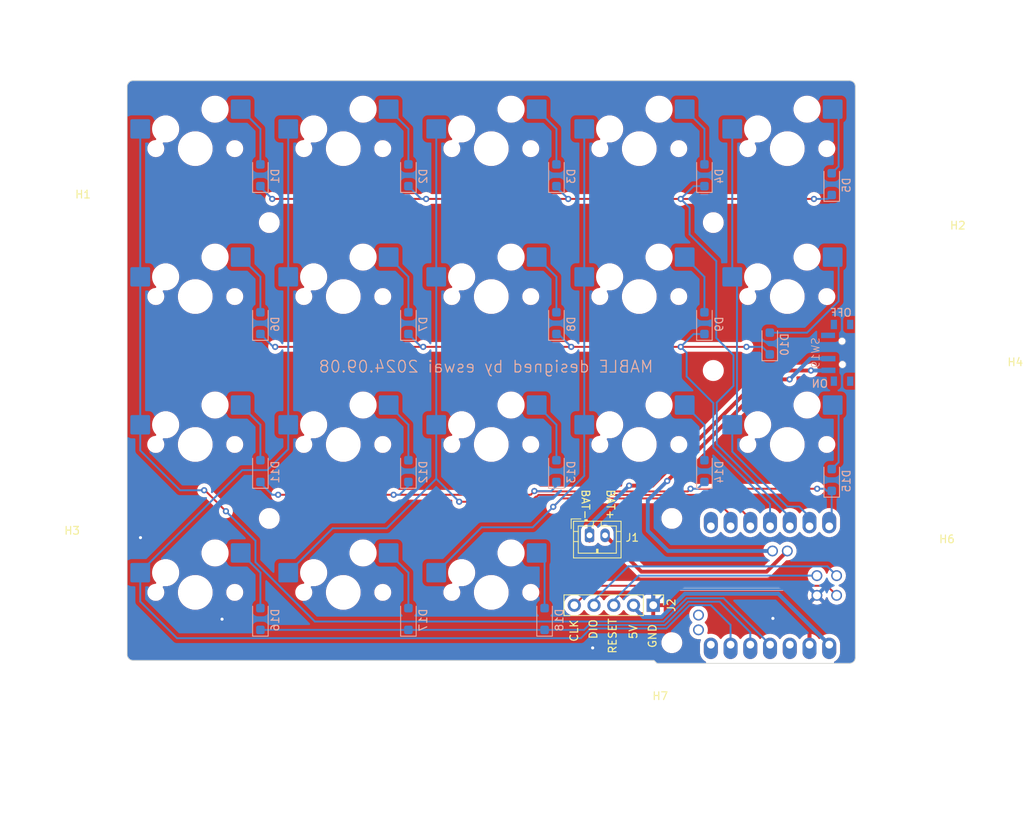
<source format=kicad_pcb>
(kicad_pcb (version 20221018) (generator pcbnew)
  (layers (0 "F.Cu" signal) (31 "B.Cu" signal) (34 "B.Paste" user) (35 "F.Paste" user) (36 "B.SilkS" user "B.Silkscreen") (37 "F.SilkS" user "F.Silkscreen") (38 "B.Mask" user) (39 "F.Mask" user) (44 "Edge.Cuts" user))
  (net 0 "")
  (net 4 "col0")
  (net 5 "Net-(D1-A)")
  (net 6 "col1")
  (net 7 "Net-(D2-A)")
  (net 8 "col2")
  (net 9 "Net-(D3-A)")
  (net 10 "col3")
  (net 11 "Net-(D4-A)")
  (net 12 "col4")
  (net 13 "Net-(D5-A)")
  (net 14 "Net-(D6-A)")
  (net 15 "Net-(D7-A)")
  (net 16 "Net-(D8-A)")
  (net 17 "Net-(D9-A)")
  (net 18 "Net-(D10-A)")
  (net 19 "Net-(D11-A)")
  (net 20 "Net-(D12-A)")
  (net 21 "Net-(D13-A)")
  (net 22 "Net-(D14-A)")
  (net 23 "Net-(D15-A)")
  (net 24 "Net-(D16-A)")
  (net 25 "Net-(D17-A)")
  (net 26 "Net-(D18-A)")
  (net 27 "row3")
  (net 28 "row2")
  (net 29 "row1")
  (net 30 "row0")
  (net 33 "Net-(J1-Pin_1)")
  (net 34 "Net-(J1-Pin_2)")
  (net 35 "Net-(J2-Pin_4)")
  (net 36 "Net-(J2-Pin_3)")
  (net 37 "Net-(J2-Pin_2)")
  (net 38 "Net-(J2-Pin_5)")
  (net 39 "GND")
  (net 40 "Net-(SW19-B)")
  (net 41 "unconnected-(SW19-A-Pad1)")
  (footprint "MX_Hotswap:MX-Hotswap-1U" (layer "F.Cu") (at 78.105 57.15)
    (fp_text reference "SW7")
    (fp_text value "SW_Push")
  )
  (footprint "MountingHole:MountingHole_2.2mm_M2" (layer "F.Cu") (at 120.396 85.725)
    (fp_text reference "H6")
    (fp_text value "MountingHole")
  )
  (footprint "MX_Hotswap:MX-Hotswap-1U" (layer "F.Cu") (at 97.155 76.2)
    (fp_text reference "SW13")
    (fp_text value "SW_Push")
  )
  (footprint "MountingHole:MountingHole_2.2mm_M2" (layer "F.Cu") (at 68.58 85.725)
    (fp_text reference "H3")
    (fp_text value "MountingHole")
  )
  (footprint "MountingHole:MountingHole_2.2mm_M2" (layer "F.Cu") (at 125.73 47.625)
    (fp_text reference "H2")
    (fp_text value "MountingHole")
  )
  (footprint "MX_Hotswap:MX-Hotswap-1U" (layer "F.Cu") (at 135.255 38.1)
    (fp_text reference "SW5")
    (fp_text value "SW_Push")
  )
  (footprint "Connector_PinHeader_2.54mm:PinHeader_1x05_P2.54mm_Vertical" (layer "F.Cu") (at 118 96.9 -90)
    (fp_text reference "J2")
    (fp_text value "Conn_01x05")
  )
  (footprint "MountingHole:MountingHole_2.2mm_M2" (layer "F.Cu") (at 125.73 66.675)
    (fp_text reference "H4")
    (fp_text value "MountingHole")
  )
  (footprint "MX_Hotswap:MX-Hotswap-1U" (layer "F.Cu") (at 116.205 76.2)
    (fp_text reference "SW14")
    (fp_text value "SW_Push")
  )
  (footprint "MountingHole:MountingHole_2.2mm_M2" (layer "F.Cu") (at 120.396 101.727)
    (fp_text reference "H7")
    (fp_text value "MountingHole")
  )
  (footprint "MX_Hotswap:MX-Hotswap-1U" (layer "F.Cu") (at 135.255 76.2)
    (fp_text reference "SW15")
    (fp_text value "SW_Push")
  )
  (footprint "MX_Hotswap:MX-Hotswap-1U" (layer "F.Cu") (at 78.105 38.1)
    (fp_text reference "SW2")
    (fp_text value "SW_Push")
  )
  (footprint "MX_Hotswap:MX-Hotswap-1U" (layer "F.Cu") (at 59.055 57.15)
    (fp_text reference "SW6")
    (fp_text value "SW_Push")
  )
  (footprint "MX_Hotswap:MX-Hotswap-1U" (layer "F.Cu") (at 59.055 76.2)
    (fp_text reference "SW11")
    (fp_text value "SW_Push")
  )
  (footprint "MX_Hotswap:MX-Hotswap-1U" (layer "F.Cu") (at 59.055 95.25)
    (fp_text reference "SW16")
    (fp_text value "SW_Push")
  )
  (footprint "MX_Hotswap:MX-Hotswap-1U" (layer "F.Cu") (at 97.155 95.25)
    (fp_text reference "SW18")
    (fp_text value "SW_Push")
  )
  (footprint "MX_Hotswap:MX-Hotswap-1U" (layer "F.Cu") (at 78.105 95.25)
    (fp_text reference "SW17")
    (fp_text value "SW_Push")
  )
  (footprint "MX_Hotswap:MX-Hotswap-1U" (layer "F.Cu") (at 59.055 38.1)
    (fp_text reference "SW1")
    (fp_text value "SW_Push")
  )
  (footprint "MX_Hotswap:MX-Hotswap-1U" (layer "F.Cu") (at 116.205 38.1)
    (fp_text reference "SW4")
    (fp_text value "SW_Push")
  )
  (footprint "Connector_JST:JST_PH_B2B-PH-K_1x02_P2.00mm_Vertical" (layer "F.Cu") (at 109.8 87.9)
    (fp_text reference "J1")
    (fp_text value "Conn_01x02")
  )
  (footprint "mcu:xiao-ble-tht" (layer "F.Cu") (at 133.033 94.361 -90)
    (fp_text reference "U1" hide)
    (fp_text value "xiao-ble" hide)
  )
  (footprint "MX_Hotswap:MX-Hotswap-1U" (layer "F.Cu") (at 97.155 38.1)
    (fp_text reference "SW3")
    (fp_text value "SW_Push")
  )
  (footprint "MX_Hotswap:MX-Hotswap-1U" (layer "F.Cu") (at 116.205 57.15)
    (fp_text reference "SW9")
    (fp_text value "SW_Push")
  )
  (footprint "MX_Hotswap:MX-Hotswap-1U" (layer "F.Cu") (at 78.105 76.2)
    (fp_text reference "SW12")
    (fp_text value "SW_Push")
  )
  (footprint "MX_Hotswap:MX-Hotswap-1U" (layer "F.Cu") (at 135.255 57.15)
    (fp_text reference "SW10")
    (fp_text value "SW_Push")
  )
  (footprint "MountingHole:MountingHole_2.2mm_M2" (layer "F.Cu") (at 68.58 47.625)
    (fp_text reference "H1")
    (fp_text value "MountingHole")
  )
  (footprint "MX_Hotswap:MX-Hotswap-1U" (layer "F.Cu") (at 97.155 57.15)
    (fp_text reference "SW8")
    (fp_text value "SW_Push")
  )
  (footprint "Diode_SMD:D_SOD-123F" (layer "B.Cu") (at 86.487 98.679 90)
    (fp_text reference "D17")
    (fp_text value "D")
  )
  (footprint "Diode_SMD:D_SOD-123F" (layer "B.Cu") (at 104.013 98.679 90)
    (fp_text reference "D18")
    (fp_text value "D")
  )
  (footprint "Diode_SMD:D_SOD-123F" (layer "B.Cu") (at 133 63.2 90)
    (fp_text reference "D10")
    (fp_text value "D")
  )
  (footprint "Diode_SMD:D_SOD-123F" (layer "B.Cu") (at 124.587 60.579 90)
    (fp_text reference "D9")
    (fp_text value "D")
  )
  (footprint "Diode_SMD:D_SOD-123F" (layer "B.Cu") (at 67.437 60.579 90)
    (fp_text reference "D6")
    (fp_text value "D")
  )
  (footprint "Diode_SMD:D_SOD-123F" (layer "B.Cu") (at 140.97 80.772 90)
    (fp_text reference "D15")
    (fp_text value "D")
  )
  (footprint "Diode_SMD:D_SOD-123F" (layer "B.Cu") (at 124.587 41.529 90)
    (fp_text reference "D4")
    (fp_text value "D")
  )
  (footprint "Diode_SMD:D_SOD-123F" (layer "B.Cu") (at 105.537 41.529 90)
    (fp_text reference "D3")
    (fp_text value "D")
  )
  (footprint "Diode_SMD:D_SOD-123F" (layer "B.Cu") (at 140.97 42.672 90)
    (fp_text reference "D5")
    (fp_text value "D")
  )
  (footprint "Diode_SMD:D_SOD-123F" (layer "B.Cu") (at 86.487 79.629 90)
    (fp_text reference "D12")
    (fp_text value "D")
  )
  (footprint "Diode_SMD:D_SOD-123F" (layer "B.Cu") (at 105.537 79.629 90)
    (fp_text reference "D13")
    (fp_text value "D")
  )
  (footprint "locallib:SSW1P2T-SMT" (layer "B.Cu") (at 142.3 64.4 -90)
    (fp_text reference "SW19")
    (fp_text value "SW_SPDT")
    (fp_circle (center -1.5 0) (end -1.05 0) (stroke (width 0.05)) (fill none) (layer "Edge.Cuts"))
    (fp_circle (center 1.5 -0.05) (end 1.95 -0.05) (stroke (width 0.05)) (fill none) (layer "Edge.Cuts"))
  )
  (footprint "Diode_SMD:D_SOD-123F" (layer "B.Cu") (at 86.487 41.529 90)
    (fp_text reference "D2")
    (fp_text value "D")
  )
  (footprint "Diode_SMD:D_SOD-123F" (layer "B.Cu") (at 124.587 79.629 90)
    (fp_text reference "D14")
    (fp_text value "D")
  )
  (footprint "Diode_SMD:D_SOD-123F" (layer "B.Cu") (at 105.537 60.579 90)
    (fp_text reference "D8")
    (fp_text value "D")
  )
  (footprint "Diode_SMD:D_SOD-123F" (layer "B.Cu") (at 67.437 98.679 90)
    (fp_text reference "D16")
    (fp_text value "D")
  )
  (footprint "Diode_SMD:D_SOD-123F" (layer "B.Cu") (at 67.437 41.529 90)
    (fp_text reference "D1")
    (fp_text value "D")
  )
  (footprint "Diode_SMD:D_SOD-123F" (layer "B.Cu") (at 67.437 79.629 90)
    (fp_text reference "D11")
    (fp_text value "D")
  )
  (footprint "Diode_SMD:D_SOD-123F" (layer "B.Cu") (at 86.487 60.579 90)
    (fp_text reference "D7")
    (fp_text value "D")
  )
  (gr_line (start 118.491 104.394) (end 118.11 104.013) (stroke (width 0.1)) (layer "Edge.Cuts"))
  (gr_line (start 51.054 104.013) (end 118.11 104.013) (stroke (width 0.1)) (layer "Edge.Cuts"))
  (gr_line (start 118.491 104.394) (end 143.256 104.394) (stroke (width 0.1)) (layer "Edge.Cuts"))
  (gr_line (start 50.292 30.099) (end 50.292 103.251) (stroke (width 0.1)) (layer "Edge.Cuts"))
  (gr_arc (start 51.054 104.013) (mid 50.515185 103.789815) (end 50.292 103.251) (stroke (width 0.1)) (layer "Edge.Cuts"))
  (gr_line (start 143.256 29.337) (end 51.054 29.337) (stroke (width 0.1)) (layer "Edge.Cuts"))
  (gr_arc (start 50.292 30.099) (mid 50.515185 29.560185) (end 51.054 29.337) (stroke (width 0.1)) (layer "Edge.Cuts"))
  (gr_arc (start 144.018 103.632) (mid 143.794815 104.170815) (end 143.256 104.394) (stroke (width 0.1)) (layer "Edge.Cuts"))
  (gr_arc (start 143.256 29.337) (mid 143.794815 29.560185) (end 144.018 30.099) (stroke (width 0.1)) (layer "Edge.Cuts"))
  (gr_line (start 144.018 103.632) (end 144.018 30.099) (stroke (width 0.1)) (layer "Edge.Cuts"))
  (gr_text "MABLE designed by eswai 2024.09.08" (at 118.11 67.056) (layer "B.SilkS") (effects (font (size 1.5 1.5)) (justify left bottom mirror)))
  (gr_text "OFF" (at 143.637 59.817) (layer "B.SilkS") (effects (font (size 1 1)) (justify left bottom mirror)))
  (gr_text "ON" (at 140.589 68.961) (layer "B.SilkS") (effects (font (size 1 1)) (justify left bottom mirror)))
  (gr_text "BAT+\n\nBAT-" (at 108.7 81.9 270) (layer "F.SilkS") (effects (font (size 1 1)) (justify left bottom)))
  (gr_text "RESET" (at 113.353 103.219 90) (layer "F.SilkS") (effects (font (size 1 1)) (justify left bottom)))
  (gr_text "5V" (at 116.02 101.346 90) (layer "F.SilkS") (effects (font (size 1 1)) (justify left bottom)))
  (gr_text "DIO" (at 110.871 101.346 90) (layer "F.SilkS") (effects (font (size 1 1)) (justify left bottom)))
  (gr_text "GND" (at 118.491 102.489 90) (layer "F.SilkS") (effects (font (size 1 1)) (justify left bottom)))
  (gr_text "CLK\n" (at 108.4 101.695 90) (layer "F.SilkS") (effects (font (size 1 1)) (justify left bottom)))
  (segment (start 60.2 82.1) (end 60.3 82.1) (width 0.25) (layer "F.Cu") (net 4))
  (segment (start 60.3 82.1) (end 63 84.8) (width 0.25) (layer "F.Cu") (net 4))
  (via (at 60.2 82.1) (size 0.8) (drill 0.4) (layers "F.Cu" "B.Cu") (net 4))
  (via (at 63 84.8) (size 0.8) (drill 0.4) (layers "F.Cu" "B.Cu") (net 4))
  (segment (start 51.97 54.61) (end 51.97 73.66) (width 0.25) (layer "B.Cu") (net 4))
  (segment (start 63 84.8) (end 66.8 88.6) (width 0.25) (layer "B.Cu") (net 4))
  (segment (start 51.97 76.97) (end 51.97 73.66) (width 0.25) (layer "B.Cu") (net 4))
  (segment (start 51.97 35.56) (end 51.97 54.61) (width 0.25) (layer "B.Cu") (net 4))
  (segment (start 66.8 88.6) (end 66.8 91.357462) (width 0.25) (layer "B.Cu") (net 4))
  (segment (start 122.313172 96) (end 127.052 96) (width 0.25) (layer "B.Cu") (net 4))
  (segment (start 127.052 96) (end 133.033 101.981) (width 0.25) (layer "B.Cu") (net 4))
  (segment (start 66.8 91.357462) (end 74.442538 99) (width 0.25) (layer "B.Cu") (net 4))
  (segment (start 119.313172 99) (end 122.313172 96) (width 0.25) (layer "B.Cu") (net 4))
  (segment (start 60.2 82.1) (end 57.1 82.1) (width 0.25) (layer "B.Cu") (net 4))
  (segment (start 74.442538 99) (end 119.313172 99) (width 0.25) (layer "B.Cu") (net 4))
  (segment (start 57.1 82.1) (end 51.97 76.97) (width 0.25) (layer "B.Cu") (net 4))
  (segment (start 67.437 35.56) (end 67.437 40.129) (width 0.25) (layer "B.Cu") (net 5))
  (segment (start 64.897 33.02) (end 67.437 35.56) (width 0.25) (layer "B.Cu") (net 5))
  (segment (start 71.02 76.808) (end 68.326 79.502) (width 0.25) (layer "B.Cu") (net 6))
  (segment (start 56.7 101.15) (end 51.97 96.42) (width 0.25) (layer "B.Cu") (net 6))
  (segment (start 52.288198 92.311802) (end 52.288198 92.391802) (width 0.25) (layer "B.Cu") (net 6))
  (segment (start 71.02 54.61) (end 71.02 73.66) (width 0.25) (layer "B.Cu") (net 6))
  (segment (start 71.02 73.66) (end 71.02 76.808) (width 0.25) (layer "B.Cu") (net 6))
  (segment (start 127.953 99.441) (end 125.412 96.9) (width 0.25) (layer "B.Cu") (net 6))
  (segment (start 122.685964 96.9) (end 119.685964 99.9) (width 0.25) (layer "B.Cu") (net 6))
  (segment (start 109.938 99.9) (end 108.688 101.15) (width 0.25) (layer "B.Cu") (net 6))
  (segment (start 108.688 101.15) (end 56.7 101.15) (width 0.25) (layer "B.Cu") (net 6))
  (segment (start 71.02 35.56) (end 71.02 54.61) (width 0.25) (layer "B.Cu") (net 6))
  (segment (start 68.326 79.502) (end 65.098 79.502) (width 0.25) (layer "B.Cu") (net 6))
  (segment (start 119.685964 99.9) (end 109.938 99.9) (width 0.25) (layer "B.Cu") (net 6))
  (segment (start 127.953 101.981) (end 127.953 99.441) (width 0.25) (layer "B.Cu") (net 6))
  (segment (start 125.412 96.9) (end 122.685964 96.9) (width 0.25) (layer "B.Cu") (net 6))
  (segment (start 65.098 79.502) (end 52.288198 92.311802) (width 0.25) (layer "B.Cu") (net 6))
  (segment (start 51.97 96.42) (end 51.97 92.71) (width 0.25) (layer "B.Cu") (net 6))
  (segment (start 83.947 33.02) (end 86.487 35.56) (width 0.25) (layer "B.Cu") (net 7))
  (segment (start 86.487 35.56) (end 86.487 40.129) (width 0.25) (layer "B.Cu") (net 7))
  (segment (start 102.226 83.574) (end 102.875 82.925) (width 0.25) (layer "F.Cu") (net 8))
  (segment (start 93.026 83.574) (end 102.226 83.574) (width 0.25) (layer "F.Cu") (net 8))
  (segment (start 103.000305 82.925) (end 103.225305 82.7) (width 0.25) (layer "F.Cu") (net 8))
  (segment (start 130.493 85.795794) (end 130.493 86.741) (width 0.25) (layer "F.Cu") (net 8))
  (segment (start 102.875 82.925) (end 103.000305 82.925) (width 0.25) (layer "F.Cu") (net 8))
  (segment (start 103.225305 82.7) (end 127.397206 82.7) (width 0.25) (layer "F.Cu") (net 8))
  (segment (start 127.397206 82.7) (end 130.493 85.795794) (width 0.25) (layer "F.Cu") (net 8))
  (via (at 93.026 83.574) (size 0.8) (drill 0.4) (layers "F.Cu" "B.Cu") (net 8))
  (segment (start 90.07 54.61) (end 90.07 35.56) (width 0.25) (layer "B.Cu") (net 8))
  (segment (start 90.07 80.618) (end 83.693 86.995) (width 0.25) (layer "B.Cu") (net 8))
  (segment (start 83.693 86.995) (end 76.735 86.995) (width 0.25) (layer "B.Cu") (net 8))
  (segment (start 76.735 86.995) (end 71.338198 92.391802) (width 0.25) (layer "B.Cu") (net 8))
  (segment (start 90.07 54.61) (end 90.07 73.66) (width 0.25) (layer "B.Cu") (net 8))
  (segment (start 93.026 83.574) (end 90.07 80.618) (width 0.25) (layer "B.Cu") (net 8))
  (segment (start 90.07 73.66) (end 90.07 80.618) (width 0.25) (layer "B.Cu") (net 8))
  (segment (start 102.997 33.02) (end 105.537 35.56) (width 0.25) (layer "B.Cu") (net 9))
  (segment (start 105.537 35.56) (end 105.537 40.129) (width 0.25) (layer "B.Cu") (net 9))
  (segment (start 125.822 83.15) (end 106.207 83.15) (width 0.25) (layer "F.Cu") (net 10))
  (segment (start 106.207 83.15) (end 105.1285 84.2285) (width 0.25) (layer "F.Cu") (net 10))
  (segment (start 127.953 85.281) (end 125.822 83.15) (width 0.25) (layer "F.Cu") (net 10))
  (segment (start 127.953 86.741) (end 127.953 85.281) (width 0.25) (layer "F.Cu") (net 10))
  (via (at 105.1285 84.2285) (size 0.8) (drill 0.4) (layers "F.Cu" "B.Cu") (net 10))
  (segment (start 102.489 86.868) (end 95.912 86.868) (width 0.25) (layer "B.Cu") (net 10))
  (segment (start 109.12 79.021) (end 109.12 80.237) (width 0.25) (layer "B.Cu") (net 10))
  (segment (start 109.12 80.237) (end 105.1285 84.2285) (width 0.25) (layer "B.Cu") (net 10))
  (segment (start 109.12 35.56) (end 109.12 54.61) (width 0.25) (layer "B.Cu") (net 10))
  (segment (start 109.12 73.66) (end 109.12 79.021) (width 0.25) (layer "B.Cu") (net 10))
  (segment (start 105.1285 84.2285) (end 102.489 86.868) (width 0.25) (layer "B.Cu") (net 10))
  (segment (start 95.912 86.868) (end 90.07 92.71) (width 0.25) (layer "B.Cu") (net 10))
  (segment (start 109.12 54.61) (end 109.12 73.66) (width 0.25) (layer "B.Cu") (net 10))
  (segment (start 124.587 35.56) (end 124.587 40.129) (width 0.25) (layer "B.Cu") (net 11))
  (segment (start 122.047 33.02) (end 124.587 35.56) (width 0.25) (layer "B.Cu") (net 11))
  (segment (start 138.113 85.535) (end 138.113 86.741) (width 0.25) (layer "B.Cu") (net 12))
  (segment (start 128.17 73.66) (end 128.17 77.116) (width 0.25) (layer "B.Cu") (net 12))
  (segment (start 128.17 35.56) (end 128.17 54.61) (width 0.25) (layer "B.Cu") (net 12))
  (segment (start 128.17 77.116) (end 135.255 84.201) (width 0.25) (layer "B.Cu") (net 12))
  (segment (start 128.778 55.218) (end 128.778 73.052) (width 0.25) (layer "B.Cu") (net 12))
  (segment (start 128.17 54.61) (end 128.778 55.218) (width 0.25) (layer "B.Cu") (net 12))
  (segment (start 128.778 73.052) (end 128.17 73.66) (width 0.25) (layer "B.Cu") (net 12))
  (segment (start 136.779 84.201) (end 138.113 85.535) (width 0.25) (layer "B.Cu") (net 12))
  (segment (start 135.255 84.201) (end 136.779 84.201) (width 0.25) (layer "B.Cu") (net 12))
  (segment (start 141.859 40.383) (end 140.97 41.272) (width 0.25) (layer "B.Cu") (net 13))
  (segment (start 141.097 33.02) (end 141.859 33.782) (width 0.25) (layer "B.Cu") (net 13))
  (segment (start 141.859 33.782) (end 141.859 40.383) (width 0.25) (layer "B.Cu") (net 13))
  (segment (start 67.437 54.61) (end 67.437 59.179) (width 0.25) (layer "B.Cu") (net 14))
  (segment (start 64.897 52.07) (end 67.437 54.61) (width 0.25) (layer "B.Cu") (net 14))
  (segment (start 83.947 52.07) (end 86.487 54.61) (width 0.25) (layer "B.Cu") (net 15))
  (segment (start 86.487 54.61) (end 86.487 59.179) (width 0.25) (layer "B.Cu") (net 15))
  (segment (start 105.537 54.61) (end 105.537 59.179) (width 0.25) (layer "B.Cu") (net 16))
  (segment (start 102.997 52.07) (end 105.537 54.61) (width 0.25) (layer "B.Cu") (net 16))
  (segment (start 124.587 54.61) (end 124.587 59.179) (width 0.25) (layer "B.Cu") (net 17))
  (segment (start 122.047 52.07) (end 124.587 54.61) (width 0.25) (layer "B.Cu") (net 17))
  (segment (start 141.859 57.741) (end 137.8 61.8) (width 0.25) (layer "B.Cu") (net 18))
  (segment (start 137.8 61.8) (end 133 61.8) (width 0.25) (layer "B.Cu") (net 18))
  (segment (start 141.097 52.07) (end 141.859 52.832) (width 0.25) (layer "B.Cu") (net 18))
  (segment (start 141.859 52.832) (end 141.859 57.741) (width 0.25) (layer "B.Cu") (net 18))
  (segment (start 64.897 71.12) (end 67.437 73.66) (width 0.25) (layer "B.Cu") (net 19))
  (segment (start 67.437 73.66) (end 67.437 78.229) (width 0.25) (layer "B.Cu") (net 19))
  (segment (start 83.947 71.12) (end 86.487 73.66) (width 0.25) (layer "B.Cu") (net 20))
  (segment (start 86.487 73.66) (end 86.487 78.229) (width 0.25) (layer "B.Cu") (net 20))
  (segment (start 105.537 73.66) (end 105.537 78.229) (width 0.25) (layer "B.Cu") (net 21))
  (segment (start 102.997 71.12) (end 105.537 73.66) (width 0.25) (layer "B.Cu") (net 21))
  (segment (start 122.047 71.12) (end 124.587 73.66) (width 0.25) (layer "B.Cu") (net 22))
  (segment (start 124.587 73.66) (end 124.587 78.229) (width 0.25) (layer "B.Cu") (net 22))
  (segment (start 141.859 78.483) (end 140.97 79.372) (width 0.25) (layer "B.Cu") (net 23))
  (segment (start 141.097 71.12) (end 141.859 71.882) (width 0.25) (layer "B.Cu") (net 23))
  (segment (start 141.859 71.882) (end 141.859 78.483) (width 0.25) (layer "B.Cu") (net 23))
  (segment (start 64.897 90.17) (end 67.437 92.71) (width 0.25) (layer "B.Cu") (net 24))
  (segment (start 67.437 92.71) (end 67.437 97.279) (width 0.25) (layer "B.Cu") (net 24))
  (segment (start 86.487 92.71) (end 86.487 97.279) (width 0.25) (layer "B.Cu") (net 25))
  (segment (start 83.947 90.17) (end 86.487 92.71) (width 0.25) (layer "B.Cu") (net 25))
  (segment (start 104.013 91.186) (end 104.013 97.279) (width 0.25) (layer "B.Cu") (net 26))
  (segment (start 102.997 90.17) (end 104.013 91.186) (width 0.25) (layer "B.Cu") (net 26))
  (segment (start 109.719 99.45) (end 119.499568 99.45) (width 0.25) (layer "B.Cu") (net 27))
  (segment (start 86.487 100.079) (end 104.013 100.079) (width 0.25) (layer "B.Cu") (net 27))
  (segment (start 67.437 100.079) (end 86.487 100.079) (width 0.25) (layer "B.Cu") (net 27))
  (segment (start 130.493 100.393) (end 130.493 101.981) (width 0.25) (layer "B.Cu") (net 27))
  (segment (start 126.55 96.45) (end 130.493 100.393) (width 0.25) (layer "B.Cu") (net 27))
  (segment (start 119.499568 99.45) (end 122.499568 96.45) (width 0.25) (layer "B.Cu") (net 27))
  (segment (start 109.09 100.079) (end 109.719 99.45) (width 0.25) (layer "B.Cu") (net 27))
  (segment (start 104.013 100.079) (end 109.09 100.079) (width 0.25) (layer "B.Cu") (net 27))
  (segment (start 122.499568 96.45) (end 126.55 96.45) (width 0.25) (layer "B.Cu") (net 27))
  (segment (start 84.582 82.677) (end 102.223 82.677) (width 0.25) (layer "F.Cu") (net 28))
  (segment (start 102.7 82.2) (end 102.75 82.25) (width 0.25) (layer "F.Cu") (net 28))
  (segment (start 139.1 81.9) (end 122.8 81.9) (width 0.25) (layer "F.Cu") (net 28))
  (segment (start 102.223 82.677) (end 102.7 82.2) (width 0.25) (layer "F.Cu") (net 28))
  (segment (start 69.723 82.677) (end 84.582 82.677) (width 0.25) (layer "F.Cu") (net 28))
  (segment (start 102.75 82.25) (end 122.45 82.25) (width 0.25) (layer "F.Cu") (net 28))
  (segment (start 122.45 82.25) (end 122.8 81.9) (width 0.25) (layer "F.Cu") (net 28))
  (via (at 102.7 82.2) (size 0.8) (drill 0.4) (layers "F.Cu" "B.Cu") (net 28))
  (via (at 122.8 81.9) (size 0.8) (drill 0.4) (layers "F.Cu" "B.Cu") (net 28))
  (via (at 69.723 82.677) (size 0.8) (drill 0.4) (layers "F.Cu" "B.Cu") (net 28))
  (via (at 139.1 81.9) (size 0.8) (drill 0.4) (layers "F.Cu" "B.Cu") (net 28))
  (via (at 84.582 82.677) (size 0.8) (drill 0.4) (layers "F.Cu" "B.Cu") (net 28))
  (segment (start 85.344 82.677) (end 86.487 81.534) (width 0.25) (layer "B.Cu") (net 28))
  (segment (start 68.961 82.677) (end 67.437 81.153) (width 0.25) (layer "B.Cu") (net 28))
  (segment (start 69.723 82.677) (end 68.961 82.677) (width 0.25) (layer "B.Cu") (net 28))
  (segment (start 105.537 81.534) (end 105.537 81.029) (width 0.25) (layer "B.Cu") (net 28))
  (segment (start 86.487 81.534) (end 86.487 81.029) (width 0.25) (layer "B.Cu") (net 28))
  (segment (start 140.97 86.424) (end 140.653 86.741) (width 0.25) (layer "B.Cu") (net 28))
  (segment (start 140.06 81.9) (end 140.332 82.172) (width 0.25) (layer "B.Cu") (net 28))
  (segment (start 140.97 82.172) (end 140.97 86.424) (width 0.25) (layer "B.Cu") (net 28))
  (segment (start 122.8 81.9) (end 123.716 81.9) (width 0.25) (layer "B.Cu") (net 28))
  (segment (start 67.437 81.153) (end 67.437 81.029) (width 0.25) (layer "B.Cu") (net 28))
  (segment (start 102.7 82.2) (end 104.871 82.2) (width 0.25) (layer "B.Cu") (net 28))
  (segment (start 84.582 82.677) (end 85.344 82.677) (width 0.25) (layer "B.Cu") (net 28))
  (segment (start 104.871 82.2) (end 105.537 81.534) (width 0.25) (layer "B.Cu") (net 28))
  (segment (start 123.716 81.9) (end 124.587 81.029) (width 0.25) (layer "B.Cu") (net 28))
  (segment (start 139.1 81.9) (end 140.06 81.9) (width 0.25) (layer "B.Cu") (net 28))
  (segment (start 140.332 82.172) (end 140.97 82.172) (width 0.25) (layer "B.Cu") (net 28))
  (segment (start 107.442 63.627) (end 121.539 63.627) (width 0.25) (layer "F.Cu") (net 29))
  (segment (start 121.539 63.627) (end 130 63.627) (width 0.25) (layer "F.Cu") (net 29))
  (segment (start 88.392 63.627) (end 107.442 63.627) (width 0.25) (layer "F.Cu") (net 29))
  (segment (start 88.392 63.627) (end 69.342 63.627) (width 0.25) (layer "F.Cu") (net 29))
  (via (at 121.539 63.627) (size 0.8) (drill 0.4) (layers "F.Cu" "B.Cu") (net 29))
  (via (at 107.442 63.627) (size 0.8) (drill 0.4) (layers "F.Cu" "B.Cu") (net 29))
  (via (at 88.392 63.627) (size 0.8) (drill 0.4) (layers "F.Cu" "B.Cu") (net 29))
  (via (at 130 63.627) (size 0.8) (drill 0.4) (layers "F.Cu" "B.Cu") (net 29))
  (via (at 69.342 63.627) (size 0.8) (drill 0.4) (layers "F.Cu" "B.Cu") (net 29))
  (segment (start 130 63.627) (end 132.027 63.627) (width 0.25) (layer "B.Cu") (net 29))
  (segment (start 69.342 63.627) (end 69.085 63.627) (width 0.25) (layer "B.Cu") (net 29))
  (segment (start 88.392 63.627) (end 88.135 63.627) (width 0.25) (layer "B.Cu") (net 29))
  (segment (start 123.187 61.979) (end 124.587 61.979) (width 0.25) (layer "B.Cu") (net 29))
  (segment (start 121.539 63.627) (end 122.301 64.389) (width 0.25) (layer "B.Cu") (net 29))
  (segment (start 133.033 83.884) (end 133.033 86.741) (width 0.25) (layer "B.Cu") (net 29))
  (segment (start 107.442 63.627) (end 105.794 61.979) (width 0.25) (layer "B.Cu") (net 29))
  (segment (start 88.135 63.627) (end 86.487 61.979) (width 0.25) (layer "B.Cu") (net 29))
  (segment (start 105.794 61.979) (end 105.537 61.979) (width 0.25) (layer "B.Cu") (net 29))
  (segment (start 122.301 67.437) (end 125.73 70.866) (width 0.25) (layer "B.Cu") (net 29))
  (segment (start 125.73 76.581) (end 133.033 83.884) (width 0.25) (layer "B.Cu") (net 29))
  (segment (start 122.301 64.389) (end 122.301 67.437) (width 0.25) (layer "B.Cu") (net 29))
  (segment (start 132.027 63.627) (end 133 64.6) (width 0.25) (layer "B.Cu") (net 29))
  (segment (start 69.085 63.627) (end 67.437 61.979) (width 0.25) (layer "B.Cu") (net 29))
  (segment (start 125.73 70.866) (end 125.73 76.581) (width 0.25) (layer "B.Cu") (net 29))
  (segment (start 121.539 63.627) (end 123.187 61.979) (width 0.25) (layer "B.Cu") (net 29))
  (segment (start 138.684 44.577) (end 121.539 44.577) (width 0.25) (layer "F.Cu") (net 30))
  (segment (start 107.061 44.577) (end 121.539 44.577) (width 0.25) (layer "F.Cu") (net 30))
  (segment (start 88.773 44.577) (end 107.061 44.577) (width 0.25) (layer "F.Cu") (net 30))
  (segment (start 68.961 44.577) (end 88.773 44.577) (width 0.25) (layer "F.Cu") (net 30))
  (via (at 68.961 44.577) (size 0.8) (drill 0.4) (layers "F.Cu" "B.Cu") (net 30))
  (via (at 121.539 44.577) (size 0.8) (drill 0.4) (layers "F.Cu" "B.Cu") (net 30))
  (via (at 138.684 44.577) (size 0.8) (drill 0.4) (layers "F.Cu" "B.Cu") (net 30))
  (via (at 107.061 44.577) (size 0.8) (drill 0.4) (layers "F.Cu" "B.Cu") (net 30))
  (via (at 88.773 44.577) (size 0.8) (drill 0.4) (layers "F.Cu" "B.Cu") (net 30))
  (segment (start 138.684 44.577) (end 140.465 44.577) (width 0.25) (layer "B.Cu") (net 30))
  (segment (start 128.328 68.649) (end 126.18 70.797) (width 0.25) (layer "B.Cu") (net 30))
  (segment (start 123.187 42.929) (end 124.587 42.929) (width 0.25) (layer "B.Cu") (net 30))
  (segment (start 140.465 44.577) (end 140.97 44.072) (width 0.25) (layer "B.Cu") (net 30))
  (segment (start 126.18 76.165794) (end 135.573 85.558794) (width 0.25) (layer "B.Cu") (net 30))
  (segment (start 135.573 85.558794) (end 135.573 86.741) (width 0.25) (layer "B.Cu") (net 30))
  (segment (start 107.061 44.577) (end 105.537 43.053) (width 0.25) (layer "B.Cu") (net 30))
  (segment (start 121.539 44.577) (end 122.682 45.72) (width 0.25) (layer "B.Cu") (net 30))
  (segment (start 126.111 62.484) (end 128.328 64.701) (width 0.25) (layer "B.Cu") (net 30))
  (segment (start 88.135 44.577) (end 86.487 42.929) (width 0.25) (layer "B.Cu") (net 30))
  (segment (start 122.682 45.72) (end 122.682 49.149) (width 0.25) (layer "B.Cu") (net 30))
  (segment (start 68.961 44.577) (end 67.437 43.053) (width 0.25) (layer "B.Cu") (net 30))
  (segment (start 88.773 44.577) (end 88.135 44.577) (width 0.25) (layer "B.Cu") (net 30))
  (segment (start 128.328 64.701) (end 128.328 68.649) (width 0.25) (layer "B.Cu") (net 30))
  (segment (start 105.537 43.053) (end 105.537 42.929) (width 0.25) (layer "B.Cu") (net 30))
  (segment (start 121.539 44.577) (end 123.187 42.929) (width 0.25) (layer "B.Cu") (net 30))
  (segment (start 67.437 43.053) (end 67.437 42.929) (width 0.25) (layer "B.Cu") (net 30))
  (segment (start 122.682 49.149) (end 126.111 52.578) (width 0.25) (layer "B.Cu") (net 30))
  (segment (start 126.18 70.797) (end 126.18 76.165794) (width 0.25) (layer "B.Cu") (net 30))
  (segment (start 126.111 52.578) (end 126.111 62.484) (width 0.25) (layer "B.Cu") (net 30))
  (segment (start 138.303 66.675) (end 132.720461 66.675) (width 0.5) (layer "F.Cu") (net 33))
  (segment (start 117.895461 81.5) (end 114.9 81.5) (width 0.5) (layer "F.Cu") (net 33))
  (segment (start 132.720461 66.675) (end 117.895461 81.5) (width 0.5) (layer "F.Cu") (net 33))
  (segment (start 109.8 88.6) (end 109.8 87.9) (width 0.5) (layer "F.Cu") (net 33))
  (via (at 114.9 81.5) (size 0.8) (drill 0.4) (layers "F.Cu" "B.Cu") (net 33))
  (via (at 138.303 66.675) (size 0.8) (drill 0.4) (layers "F.Cu" "B.Cu") (net 33))
  (segment (start 138.303 66.675) (end 140.525 66.675) (width 0.5) (layer "B.Cu") (net 33))
  (segment (start 109.8 86.6) (end 109.8 87.9) (width 0.5) (layer "B.Cu") (net 33))
  (segment (start 140.525 66.675) (end 140.55 66.65) (width 0.5) (layer "B.Cu") (net 33))
  (segment (start 114.9 81.5) (end 109.8 86.6) (width 0.5) (layer "B.Cu") (net 33))
  (segment (start 111.8 87.9) (end 116.483 92.583) (width 0.5) (layer "F.Cu") (net 34))
  (segment (start 116.483 92.583) (end 132.588 92.583) (width 0.5) (layer "F.Cu") (net 34))
  (segment (start 132.588 92.583) (end 135.255 89.916) (width 0.5) (layer "F.Cu") (net 34))
  (segment (start 112 87.7) (end 111.8 87.9) (width 0.5) (layer "B.Cu") (net 34))
  (segment (start 110.38 96.9) (end 110.38 96.28) (width 0.25) (layer "B.Cu") (net 35))
  (segment (start 114.76 91.9) (end 140.414 91.9) (width 0.25) (layer "B.Cu") (net 35))
  (segment (start 110.38 96.28) (end 114.76 91.9) (width 0.25) (layer "B.Cu") (net 35))
  (segment (start 140.414 91.9) (end 141.605 93.091) (width 0.25) (layer "B.Cu") (net 35))
  (segment (start 116.109 93.091) (end 139.065 93.091) (width 0.25) (layer "B.Cu") (net 36))
  (segment (start 112.92 96.28) (end 116.109 93.091) (width 0.25) (layer "B.Cu") (net 36))
  (segment (start 112.92 96.9) (end 112.92 96.28) (width 0.25) (layer "B.Cu") (net 36))
  (segment (start 140.653 101.981) (end 134.097 95.425) (width 0.5) (layer "B.Cu") (net 37))
  (segment (start 116.725 98.425) (end 115.46 97.16) (width 0.5) (layer "B.Cu") (net 37))
  (segment (start 122.074999 95.425) (end 119.075 98.425) (width 0.5) (layer "B.Cu") (net 37))
  (segment (start 119.075 98.425) (end 116.725 98.425) (width 0.5) (layer "B.Cu") (net 37))
  (segment (start 134.097 95.425) (end 122.074999 95.425) (width 0.5) (layer "B.Cu") (net 37))
  (segment (start 115.46 97.16) (end 115.46 96.9) (width 0.5) (layer "B.Cu") (net 37))
  (segment (start 140.374 94.4) (end 141.605 95.631) (width 0.25) (layer "F.Cu") (net 38))
  (segment (start 110.34 94.4) (end 140.374 94.4) (width 0.25) (layer "F.Cu") (net 38))
  (segment (start 107.84 96.9) (end 110.34 94.4) (width 0.25) (layer "F.Cu") (net 38))
  (segment (start 139.065 95.631) (end 138.113 96.583) (width 0.5) (layer "F.Cu") (net 39))
  (segment (start 138.113 96.583) (end 138.113 101.981) (width 0.5) (layer "F.Cu") (net 39))
  (via (at 133.4 98.6) (size 0.8) (drill 0.4) (layers "F.Cu" "B.Cu") (net 39))
  (via (at 110.2 102.4) (size 0.8) (drill 0.4) (layers "F.Cu" "B.Cu") (net 39))
  (via (at 62.5 98.7) (size 0.8) (drill 0.4) (layers "F.Cu" "B.Cu") (net 39))
  (via (at 52 88.2) (size 0.8) (drill 0.4) (layers "F.Cu" "B.Cu") (net 39))
  (segment (start 120.05 94.85) (end 138.284 94.85) (width 0.25) (layer "B.Cu") (net 39))
  (segment (start 138.284 94.85) (end 139.065 95.631) (width 0.25) (layer "B.Cu") (net 39))
  (segment (start 118 96.9) (end 120.05 94.85) (width 0.25) (layer "B.Cu") (net 39))
  (segment (start 132.882 67.818) (end 119.8 80.9) (width 0.5) (layer "F.Cu") (net 40))
  (segment (start 135.55 67.818) (end 132.882 67.818) (width 0.5) (layer "F.Cu") (net 40))
  (via (at 135.55 67.818) (size 0.8) (drill 0.4) (layers "F.Cu" "B.Cu") (net 40))
  (via (at 119.8 80.9) (size 0.8) (drill 0.4) (layers "F.Cu" "B.Cu") (net 40))
  (segment (start 135.55 67.818) (end 138.218 65.15) (width 0.5) (layer "B.Cu") (net 40))
  (segment (start 119.916 89.916) (end 117.3 87.3) (width 0.5) (layer "B.Cu") (net 40))
  (segment (start 117.3 83.4) (end 119.8 80.9) (width 0.5) (layer "B.Cu") (net 40))
  (segment (start 133.35 89.916) (end 119.916 89.916) (width 0.5) (layer "B.Cu") (net 40))
  (segment (start 117.3 87.3) (end 117.3 83.4) (width 0.5) (layer "B.Cu") (net 40))
  (segment (start 138.218 65.15) (end 140.55 65.15) (width 0.5) (layer "B.Cu") (net 40))
  (segment (start 139.95 62.15) (end 140.5 62.15) (width 0.5) (layer "B.Cu") (net 41))
  (zone (net 39) (net_name "GND") (layers "F&B.Cu") (connect_pads (clearance 0.5)) (min_thickness 0.25) (fill yes (thermal_gap 0.5) (thermal_bridge_width 0.5))
    (polygon (pts (xy 148.971 25.908) (xy 44.958 25.908) (xy 46.863 110.49) (xy 147.066 108.204)))
  )
)
</source>
